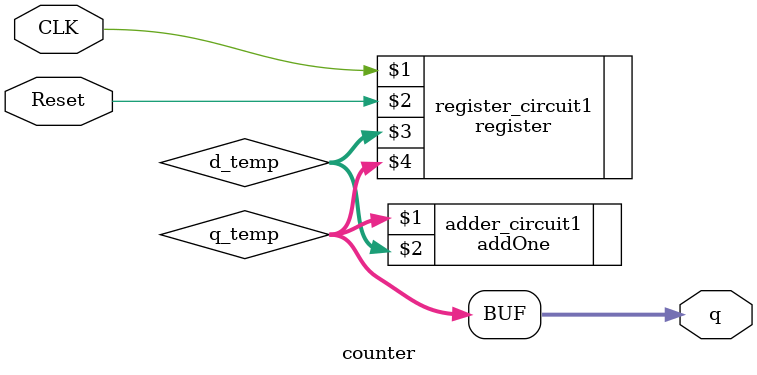
<source format=v>
module counter
(
input wire CLK,
input wire Reset,
output wire [6:0] q
);
wire [6:0] d_temp, q_temp;
register register_circuit1 (CLK, Reset, d_temp, q_temp);
addOne adder_circuit1 (q_temp, d_temp);
assign q = q_temp;
endmodule
</source>
